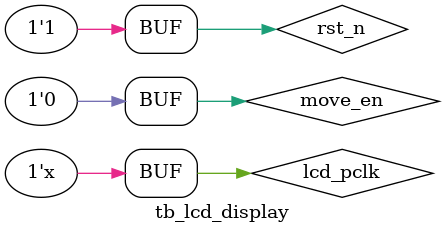
<source format=v>
`timescale 1ns / 1ps
module tb_lcd_display();

reg	lcd_pclk;
reg	rst_n;
reg	move_en;

reg	key_up;
reg	key_down;
reg	key_left;
reg	key_right;

reg	[10:0]	pixel_xpos;
reg	[10:0]	pixel_ypos;
reg	[23:0]	pixel_data;

wire	[10:0]	foodx ;
wire	[10:0]	foody ;
wire		add;

initial begin
	lcd_pclk = 1'b0;
	rst_n = 1'b0;
	move_en = 1'b0;
	#40
		rst_n = 1'b1;
	#40	move_en = 1'b1;
	#40 move_en = 1'b0;

end

always #20 lcd_pclk = ~lcd_pclk;

//LCDÏÔÊ¾Ä£¿é    
lcd_display u_lcd_display(
    .lcd_pclk       (lcd_pclk  ),
    .rst_n          (sys_rst_n ),
    
    .add(add),
    .foodx			(foodx),
    .foody			(foody),
    .key_up			(key_up	),
    .key_down	    (key_down),
    .key_left	    (key_left),
    .key_right      (key_right),
    .move_en        (move_en),
    .pixel_xpos     (pixel_xpos),
    .pixel_ypos     (pixel_ypos),
    .pixel_data     (pixel_data)
    );   

endmodule

</source>
